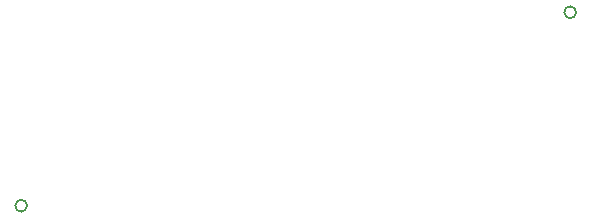
<source format=gm1>
G04 Layer_Color=65280*
%FSLAX44Y44*%
%MOMM*%
G71*
G01*
G75*
%ADD10C,0.2000*%
D10*
X987980Y681990D02*
G03*
X987980Y681990I-5000J0D01*
G01*
X523160Y518160D02*
G03*
X523160Y518160I-5000J0D01*
G01*
M02*

</source>
